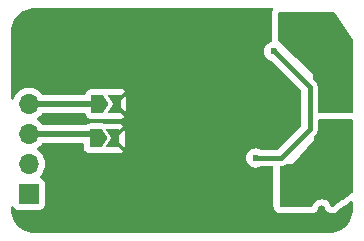
<source format=gbl>
G04 #@! TF.GenerationSoftware,KiCad,Pcbnew,8.0.5*
G04 #@! TF.CreationDate,2024-10-21T19:45:19-04:00*
G04 #@! TF.ProjectId,DRV8871_PCB,44525638-3837-4315-9f50-43422e6b6963,rev?*
G04 #@! TF.SameCoordinates,Original*
G04 #@! TF.FileFunction,Copper,L2,Bot*
G04 #@! TF.FilePolarity,Positive*
%FSLAX46Y46*%
G04 Gerber Fmt 4.6, Leading zero omitted, Abs format (unit mm)*
G04 Created by KiCad (PCBNEW 8.0.5) date 2024-10-21 19:45:19*
%MOMM*%
%LPD*%
G01*
G04 APERTURE LIST*
G04 Aperture macros list*
%AMRoundRect*
0 Rectangle with rounded corners*
0 $1 Rounding radius*
0 $2 $3 $4 $5 $6 $7 $8 $9 X,Y pos of 4 corners*
0 Add a 4 corners polygon primitive as box body*
4,1,4,$2,$3,$4,$5,$6,$7,$8,$9,$2,$3,0*
0 Add four circle primitives for the rounded corners*
1,1,$1+$1,$2,$3*
1,1,$1+$1,$4,$5*
1,1,$1+$1,$6,$7*
1,1,$1+$1,$8,$9*
0 Add four rect primitives between the rounded corners*
20,1,$1+$1,$2,$3,$4,$5,0*
20,1,$1+$1,$4,$5,$6,$7,0*
20,1,$1+$1,$6,$7,$8,$9,0*
20,1,$1+$1,$8,$9,$2,$3,0*%
%AMFreePoly0*
4,1,6,1.000000,0.000000,0.500000,-0.750000,-0.500000,-0.750000,-0.500000,0.750000,0.500000,0.750000,1.000000,0.000000,1.000000,0.000000,$1*%
%AMFreePoly1*
4,1,6,0.500000,-0.750000,-0.650000,-0.750000,-0.150000,0.000000,-0.650000,0.750000,0.500000,0.750000,0.500000,-0.750000,0.500000,-0.750000,$1*%
G04 Aperture macros list end*
G04 #@! TA.AperFunction,SMDPad,CuDef*
%ADD10RoundRect,0.250000X0.400000X0.450000X-0.400000X0.450000X-0.400000X-0.450000X0.400000X-0.450000X0*%
G04 #@! TD*
G04 #@! TA.AperFunction,ComponentPad*
%ADD11R,1.700000X1.700000*%
G04 #@! TD*
G04 #@! TA.AperFunction,ComponentPad*
%ADD12O,1.700000X1.700000*%
G04 #@! TD*
G04 #@! TA.AperFunction,ComponentPad*
%ADD13C,0.630000*%
G04 #@! TD*
G04 #@! TA.AperFunction,SMDPad,CuDef*
%ADD14R,2.600000X3.300000*%
G04 #@! TD*
G04 #@! TA.AperFunction,SMDPad,CuDef*
%ADD15FreePoly0,0.000000*%
G04 #@! TD*
G04 #@! TA.AperFunction,SMDPad,CuDef*
%ADD16FreePoly1,0.000000*%
G04 #@! TD*
G04 #@! TA.AperFunction,ViaPad*
%ADD17C,0.600000*%
G04 #@! TD*
G04 #@! TA.AperFunction,Conductor*
%ADD18C,0.508000*%
G04 #@! TD*
G04 #@! TA.AperFunction,Conductor*
%ADD19C,0.381000*%
G04 #@! TD*
G04 APERTURE END LIST*
D10*
X24183000Y-2413000D03*
X21283000Y-2413000D03*
X24310000Y-16002000D03*
X21410000Y-16002000D03*
D11*
X27432000Y-13452000D03*
D12*
X27432000Y-10912000D03*
X27432000Y-8372000D03*
X27432000Y-5832000D03*
D13*
X14001000Y-8987000D03*
X14001000Y-10287000D03*
X14001000Y-11587000D03*
D14*
X14651000Y-10287000D03*
D13*
X15301000Y-8987000D03*
X15301000Y-10287000D03*
X15301000Y-11587000D03*
D11*
X2032000Y-16256000D03*
D12*
X2032000Y-13716000D03*
X2032000Y-11176000D03*
X2032000Y-8636000D03*
X2032000Y-6096000D03*
X2032000Y-3556000D03*
D15*
X7821000Y-8636000D03*
D16*
X9271000Y-8636000D03*
D15*
X7694000Y-11557000D03*
D16*
X9144000Y-11557000D03*
D17*
X12192000Y-3810000D03*
X15367000Y-3810000D03*
X24130000Y-10160000D03*
X15240000Y-13970000D03*
X19558000Y-9398000D03*
X24765000Y-9271000D03*
X26035000Y-18669000D03*
X13335000Y-4953000D03*
X21463000Y-9398000D03*
X14224000Y-13970000D03*
X28829000Y-17526000D03*
X13335000Y-3810000D03*
X23241000Y-9398000D03*
X27813000Y-18669000D03*
X26797000Y-17526000D03*
X14351000Y-4953000D03*
X14351000Y-3810000D03*
X12192000Y-4953000D03*
X15240000Y-15113000D03*
X22352000Y-10160000D03*
X20574000Y-10160000D03*
X15367000Y-4953000D03*
X14224000Y-15113000D03*
X22733000Y-4191000D03*
X21209000Y-13208000D03*
D18*
X2032000Y-8636000D02*
X7812097Y-8636000D01*
X7313000Y-11176000D02*
X7694000Y-11557000D01*
X2032000Y-11176000D02*
X7313000Y-11176000D01*
D19*
X25781000Y-10795000D02*
X23368000Y-13208000D01*
X25781000Y-7239000D02*
X25781000Y-10795000D01*
X22733000Y-4191000D02*
X25781000Y-7239000D01*
X23368000Y-13208000D02*
X21209000Y-13208000D01*
G04 #@! TA.AperFunction,Conductor*
G36*
X22650414Y-520502D02*
G01*
X22696907Y-574158D01*
X22707011Y-644432D01*
X22696907Y-678840D01*
X22679762Y-716380D01*
X22640986Y-801284D01*
X22621302Y-868320D01*
X22621301Y-868324D01*
X22621301Y-868326D01*
X22621300Y-868330D01*
X22612808Y-927398D01*
X22600500Y-1013003D01*
X22600500Y-3249021D01*
X22602520Y-3283170D01*
X22586575Y-3352353D01*
X22535758Y-3401933D01*
X22518355Y-3409539D01*
X22379984Y-3457957D01*
X22379981Y-3457958D01*
X22225720Y-3554887D01*
X22225718Y-3554888D01*
X22096888Y-3683718D01*
X22096887Y-3683720D01*
X21999958Y-3837981D01*
X21999957Y-3837984D01*
X21999957Y-3837985D01*
X21939783Y-4009953D01*
X21919384Y-4191000D01*
X21939783Y-4372047D01*
X21939783Y-4372049D01*
X21939784Y-4372050D01*
X21999957Y-4544015D01*
X21999958Y-4544018D01*
X22096887Y-4698279D01*
X22096888Y-4698281D01*
X22225718Y-4827111D01*
X22225720Y-4827112D01*
X22379981Y-4924041D01*
X22379982Y-4924041D01*
X22379985Y-4924043D01*
X22502381Y-4966870D01*
X22502856Y-4967037D01*
X22550336Y-4996871D01*
X25045095Y-7491630D01*
X25079121Y-7553942D01*
X25082000Y-7580725D01*
X25082000Y-10453275D01*
X25061998Y-10521396D01*
X25045095Y-10542370D01*
X23115370Y-12472095D01*
X23053058Y-12506121D01*
X23026275Y-12509000D01*
X21652494Y-12509000D01*
X21585458Y-12489687D01*
X21562017Y-12474958D01*
X21562014Y-12474956D01*
X21390050Y-12414784D01*
X21390049Y-12414783D01*
X21390047Y-12414783D01*
X21209000Y-12394384D01*
X21027953Y-12414783D01*
X21027950Y-12414783D01*
X21027949Y-12414784D01*
X20855984Y-12474957D01*
X20855981Y-12474958D01*
X20701720Y-12571887D01*
X20701718Y-12571888D01*
X20572888Y-12700718D01*
X20572887Y-12700720D01*
X20475958Y-12854981D01*
X20475957Y-12854984D01*
X20467648Y-12878732D01*
X20415783Y-13026953D01*
X20395384Y-13208000D01*
X20415783Y-13389047D01*
X20415783Y-13389049D01*
X20415784Y-13389050D01*
X20475957Y-13561015D01*
X20475958Y-13561018D01*
X20572887Y-13715279D01*
X20572888Y-13715281D01*
X20701718Y-13844111D01*
X20701720Y-13844112D01*
X20855981Y-13941041D01*
X20855982Y-13941041D01*
X20855985Y-13941043D01*
X21027953Y-14001217D01*
X21209000Y-14021616D01*
X21390047Y-14001217D01*
X21562015Y-13941043D01*
X21585458Y-13926312D01*
X21652494Y-13907000D01*
X22601500Y-13907000D01*
X22669621Y-13927002D01*
X22716114Y-13980658D01*
X22727500Y-14033000D01*
X22727500Y-17275007D01*
X22733143Y-17327489D01*
X22738306Y-17375511D01*
X22739237Y-17384164D01*
X22750441Y-17435667D01*
X22785109Y-17539825D01*
X22864130Y-17662784D01*
X22864131Y-17662786D01*
X22909880Y-17715582D01*
X22909882Y-17715583D01*
X22909884Y-17715586D01*
X23020339Y-17811297D01*
X23061568Y-17830126D01*
X23153284Y-17872013D01*
X23153286Y-17872013D01*
X23153287Y-17872014D01*
X23220326Y-17891699D01*
X23220330Y-17891700D01*
X23365000Y-17912500D01*
X23365004Y-17912500D01*
X25896883Y-17912500D01*
X25896889Y-17912500D01*
X25920443Y-17911959D01*
X25931811Y-17911437D01*
X25955337Y-17909815D01*
X26097490Y-17875838D01*
X26162442Y-17850090D01*
X26289260Y-17777444D01*
X26390479Y-17672009D01*
X26431199Y-17615235D01*
X26434966Y-17607990D01*
X26469591Y-17541383D01*
X26498613Y-17485555D01*
X26524847Y-17410583D01*
X26537087Y-17385166D01*
X26557350Y-17352918D01*
X26574934Y-17330869D01*
X26601869Y-17303935D01*
X26623916Y-17286351D01*
X26656177Y-17266080D01*
X26681587Y-17253843D01*
X26717540Y-17241262D01*
X26745040Y-17234985D01*
X26782895Y-17230721D01*
X26811102Y-17230721D01*
X26848954Y-17234985D01*
X26876458Y-17241263D01*
X26912405Y-17253842D01*
X26937823Y-17266083D01*
X26970076Y-17286349D01*
X26992135Y-17303941D01*
X27019059Y-17330865D01*
X27036651Y-17352924D01*
X27056913Y-17385171D01*
X27069155Y-17410591D01*
X27085051Y-17456020D01*
X27098730Y-17490962D01*
X27105935Y-17507555D01*
X27122117Y-17541383D01*
X27207692Y-17659869D01*
X27256248Y-17710115D01*
X27263302Y-17715586D01*
X27371729Y-17799686D01*
X27371730Y-17799686D01*
X27371731Y-17799687D01*
X27373308Y-17800306D01*
X27507777Y-17853099D01*
X27575785Y-17869117D01*
X27721370Y-17882038D01*
X27864698Y-17853419D01*
X27930571Y-17830126D01*
X27930573Y-17830125D01*
X28060032Y-17762284D01*
X28457653Y-17475112D01*
X28531609Y-17410045D01*
X28563997Y-17375500D01*
X28564755Y-17374517D01*
X28575421Y-17362383D01*
X28633874Y-17303931D01*
X28655923Y-17286348D01*
X28688180Y-17266079D01*
X28713589Y-17253843D01*
X28723915Y-17250230D01*
X28791916Y-17220769D01*
X28823560Y-17204252D01*
X28886601Y-17165316D01*
X29271729Y-16887168D01*
X29338664Y-16863501D01*
X29407769Y-16879777D01*
X29457105Y-16930831D01*
X29471500Y-16989315D01*
X29471500Y-17521878D01*
X29471230Y-17530119D01*
X29454592Y-17783966D01*
X29452441Y-17800306D01*
X29403617Y-18045760D01*
X29399351Y-18061680D01*
X29318906Y-18298663D01*
X29312599Y-18313890D01*
X29201912Y-18538342D01*
X29193671Y-18552616D01*
X29054634Y-18760699D01*
X29044601Y-18773775D01*
X28879589Y-18961935D01*
X28867935Y-18973589D01*
X28679775Y-19138601D01*
X28666699Y-19148634D01*
X28458616Y-19287671D01*
X28444342Y-19295912D01*
X28219890Y-19406599D01*
X28204663Y-19412906D01*
X27967680Y-19493351D01*
X27951760Y-19497617D01*
X27706306Y-19546441D01*
X27689966Y-19548592D01*
X27436119Y-19565230D01*
X27427878Y-19565500D01*
X2544122Y-19565500D01*
X2535881Y-19565230D01*
X2282033Y-19548592D01*
X2265693Y-19546441D01*
X2020239Y-19497617D01*
X2004319Y-19493351D01*
X1767336Y-19412906D01*
X1752109Y-19406599D01*
X1527653Y-19295910D01*
X1513387Y-19287673D01*
X1305297Y-19148631D01*
X1292224Y-19138601D01*
X1104058Y-18973583D01*
X1092416Y-18961941D01*
X927394Y-18773770D01*
X917369Y-18760705D01*
X778323Y-18552608D01*
X770092Y-18538351D01*
X659396Y-18313880D01*
X653093Y-18298663D01*
X572648Y-18061680D01*
X568384Y-18045768D01*
X519556Y-17800294D01*
X517408Y-17783976D01*
X500770Y-17530118D01*
X500500Y-17521878D01*
X500500Y-17422713D01*
X520502Y-17354592D01*
X574158Y-17308099D01*
X644432Y-17297995D01*
X709012Y-17327489D01*
X727368Y-17347204D01*
X818738Y-17469261D01*
X935792Y-17556887D01*
X935794Y-17556888D01*
X935796Y-17556889D01*
X994875Y-17578924D01*
X1072795Y-17607988D01*
X1072803Y-17607990D01*
X1133350Y-17614499D01*
X1133355Y-17614499D01*
X1133362Y-17614500D01*
X1133368Y-17614500D01*
X2930632Y-17614500D01*
X2930638Y-17614500D01*
X2930645Y-17614499D01*
X2930649Y-17614499D01*
X2991196Y-17607990D01*
X2991199Y-17607989D01*
X2991201Y-17607989D01*
X3128204Y-17556889D01*
X3163965Y-17530119D01*
X3245261Y-17469261D01*
X3332887Y-17352207D01*
X3332887Y-17352206D01*
X3332889Y-17352204D01*
X3383989Y-17215201D01*
X3385166Y-17204258D01*
X3390499Y-17154649D01*
X3390500Y-17154632D01*
X3390500Y-15357367D01*
X3390499Y-15357350D01*
X3383990Y-15296803D01*
X3383988Y-15296795D01*
X3339821Y-15178381D01*
X3332889Y-15159796D01*
X3332888Y-15159794D01*
X3332887Y-15159792D01*
X3245261Y-15042738D01*
X3128207Y-14955112D01*
X3128203Y-14955110D01*
X3013192Y-14912213D01*
X2956356Y-14869667D01*
X2931546Y-14803146D01*
X2946638Y-14733772D01*
X2964525Y-14708820D01*
X3107714Y-14553277D01*
X3107724Y-14553265D01*
X3114441Y-14542983D01*
X3230860Y-14364791D01*
X3321296Y-14158616D01*
X3376564Y-13940368D01*
X3395156Y-13716000D01*
X3376564Y-13491632D01*
X3322640Y-13278690D01*
X3321297Y-13273387D01*
X3321296Y-13273386D01*
X3321296Y-13273384D01*
X3230860Y-13067209D01*
X3224140Y-13056924D01*
X3107724Y-12878734D01*
X3107720Y-12878729D01*
X2955237Y-12713091D01*
X2799453Y-12591839D01*
X2777576Y-12574811D01*
X2744319Y-12556813D01*
X2693929Y-12506802D01*
X2678576Y-12437485D01*
X2703136Y-12370872D01*
X2744320Y-12335186D01*
X2777576Y-12317189D01*
X2955240Y-12178906D01*
X3107722Y-12013268D01*
X3119274Y-11995585D01*
X3173277Y-11949497D01*
X3224758Y-11938500D01*
X6554500Y-11938500D01*
X6622621Y-11958502D01*
X6669114Y-12012158D01*
X6680500Y-12064500D01*
X6680500Y-12307000D01*
X6681229Y-12317188D01*
X6685727Y-12380081D01*
X6722736Y-12506121D01*
X6726904Y-12520316D01*
X6805923Y-12643271D01*
X6916381Y-12738984D01*
X7049330Y-12799700D01*
X7194000Y-12820500D01*
X7194003Y-12820500D01*
X8194002Y-12820500D01*
X8237018Y-12817786D01*
X8258528Y-12816430D01*
X8324488Y-12798259D01*
X8375882Y-12795017D01*
X8494003Y-12812000D01*
X9643994Y-12812000D01*
X9715865Y-12806860D01*
X9715873Y-12806858D01*
X9853785Y-12766363D01*
X9974703Y-12688655D01*
X9974706Y-12688653D01*
X10015936Y-12641069D01*
X10015936Y-12641068D01*
X9213102Y-11838235D01*
X9179077Y-11775922D01*
X9184141Y-11705107D01*
X9186703Y-11698769D01*
X9189061Y-11693370D01*
X9190869Y-11679096D01*
X9219271Y-11614031D01*
X9278342Y-11574647D01*
X9349329Y-11573453D01*
X9404965Y-11605833D01*
X10143611Y-12344478D01*
X10148999Y-12307003D01*
X10149000Y-12307002D01*
X10149000Y-10807006D01*
X10146137Y-10766992D01*
X9403557Y-11509573D01*
X9341245Y-11543599D01*
X9270430Y-11538534D01*
X9213594Y-11495987D01*
X9190064Y-11440503D01*
X9184200Y-11404077D01*
X9184199Y-11404075D01*
X9184199Y-11404072D01*
X9184197Y-11404068D01*
X9183257Y-11401055D01*
X9183203Y-11397885D01*
X9182767Y-11395174D01*
X9183156Y-11395111D01*
X9182058Y-11330068D01*
X9214441Y-11274424D01*
X10018644Y-10470222D01*
X10018644Y-10470221D01*
X9917024Y-10382167D01*
X9786275Y-10322456D01*
X9643996Y-10302000D01*
X8494004Y-10302000D01*
X8413742Y-10308417D01*
X8404043Y-10311443D01*
X8348050Y-10312381D01*
X8347590Y-10315583D01*
X8338671Y-10314300D01*
X8338670Y-10314300D01*
X8194000Y-10293500D01*
X7194000Y-10293500D01*
X7145280Y-10296984D01*
X7120918Y-10298727D01*
X6980686Y-10339903D01*
X6980682Y-10339905D01*
X6897291Y-10393498D01*
X6829171Y-10413500D01*
X3224758Y-10413500D01*
X3156637Y-10393498D01*
X3119274Y-10356414D01*
X3108488Y-10339905D01*
X3107722Y-10338732D01*
X3107720Y-10338730D01*
X3107720Y-10338729D01*
X2955237Y-10173091D01*
X2873382Y-10109381D01*
X2777576Y-10034811D01*
X2744319Y-10016813D01*
X2693929Y-9966802D01*
X2678576Y-9897485D01*
X2703136Y-9830872D01*
X2744320Y-9795186D01*
X2777576Y-9777189D01*
X2955240Y-9638906D01*
X3107722Y-9473268D01*
X3119274Y-9455585D01*
X3173277Y-9409497D01*
X3224758Y-9398500D01*
X6700617Y-9398500D01*
X6768738Y-9418502D01*
X6815231Y-9472158D01*
X6821513Y-9489002D01*
X6853904Y-9599316D01*
X6932923Y-9722271D01*
X7043381Y-9817984D01*
X7176330Y-9878700D01*
X7321000Y-9899500D01*
X7321003Y-9899500D01*
X8321002Y-9899500D01*
X8364018Y-9896786D01*
X8385528Y-9895430D01*
X8451488Y-9877259D01*
X8502882Y-9874017D01*
X8621003Y-9891000D01*
X9770994Y-9891000D01*
X9842865Y-9885860D01*
X9842873Y-9885858D01*
X9980785Y-9845363D01*
X10101703Y-9767655D01*
X10101706Y-9767653D01*
X10142936Y-9720069D01*
X10142936Y-9720068D01*
X9340102Y-8917235D01*
X9306077Y-8854922D01*
X9311141Y-8784107D01*
X9313703Y-8777769D01*
X9316061Y-8772370D01*
X9317869Y-8758096D01*
X9346271Y-8693031D01*
X9405342Y-8653647D01*
X9476329Y-8652453D01*
X9531965Y-8684833D01*
X10270611Y-9423478D01*
X10275999Y-9386003D01*
X10276000Y-9386002D01*
X10276000Y-7886006D01*
X10273137Y-7845992D01*
X9530557Y-8588573D01*
X9468245Y-8622599D01*
X9397430Y-8617534D01*
X9340594Y-8574987D01*
X9317064Y-8519503D01*
X9311200Y-8483077D01*
X9311199Y-8483075D01*
X9311199Y-8483072D01*
X9311197Y-8483068D01*
X9310257Y-8480055D01*
X9310203Y-8476885D01*
X9309767Y-8474174D01*
X9310156Y-8474111D01*
X9309058Y-8409068D01*
X9341441Y-8353424D01*
X10145644Y-7549222D01*
X10145644Y-7549221D01*
X10044024Y-7461167D01*
X9913275Y-7401456D01*
X9770996Y-7381000D01*
X8621004Y-7381000D01*
X8540742Y-7387417D01*
X8531043Y-7390443D01*
X8475050Y-7391381D01*
X8474590Y-7394583D01*
X8465671Y-7393300D01*
X8465670Y-7393300D01*
X8321000Y-7372500D01*
X7321000Y-7372500D01*
X7272280Y-7375984D01*
X7247918Y-7377727D01*
X7107686Y-7418903D01*
X7107682Y-7418905D01*
X6984729Y-7497922D01*
X6889016Y-7608380D01*
X6828300Y-7741329D01*
X6828298Y-7741336D01*
X6824834Y-7765432D01*
X6795341Y-7830013D01*
X6735615Y-7868396D01*
X6700117Y-7873500D01*
X3224758Y-7873500D01*
X3156637Y-7853498D01*
X3119274Y-7816414D01*
X3107721Y-7798731D01*
X3107720Y-7798729D01*
X2955237Y-7633091D01*
X2873382Y-7569381D01*
X2777576Y-7494811D01*
X2579574Y-7387658D01*
X2579572Y-7387657D01*
X2579571Y-7387656D01*
X2366639Y-7314557D01*
X2366630Y-7314555D01*
X2322476Y-7307187D01*
X2144569Y-7277500D01*
X1919431Y-7277500D01*
X1771211Y-7302233D01*
X1697369Y-7314555D01*
X1697360Y-7314557D01*
X1484428Y-7387656D01*
X1484426Y-7387658D01*
X1286426Y-7494810D01*
X1286424Y-7494811D01*
X1108762Y-7633091D01*
X956279Y-7798729D01*
X956275Y-7798734D01*
X833139Y-7987209D01*
X741887Y-8195245D01*
X696206Y-8249593D01*
X628394Y-8270617D01*
X559980Y-8251641D01*
X512686Y-8198690D01*
X500500Y-8144631D01*
X500500Y-2544121D01*
X500770Y-2535881D01*
X504819Y-2474108D01*
X517408Y-2282021D01*
X519556Y-2265707D01*
X568385Y-2020227D01*
X572645Y-2004326D01*
X653097Y-1767325D01*
X659393Y-1752124D01*
X770095Y-1527641D01*
X778319Y-1513398D01*
X917374Y-1305287D01*
X927388Y-1292236D01*
X1092423Y-1104050D01*
X1104050Y-1092423D01*
X1292236Y-927388D01*
X1305287Y-917374D01*
X1513398Y-778319D01*
X1527641Y-770095D01*
X1752124Y-659393D01*
X1767325Y-653097D01*
X2004326Y-572645D01*
X2020227Y-568385D01*
X2265707Y-519556D01*
X2282021Y-517408D01*
X2508834Y-502542D01*
X2535882Y-500770D01*
X2544122Y-500500D01*
X2605892Y-500500D01*
X22582293Y-500500D01*
X22650414Y-520502D01*
G37*
G04 #@! TD.AperFunction*
G04 #@! TA.AperFunction,Conductor*
G36*
X29414539Y-9925685D02*
G01*
X29460294Y-9978489D01*
X29471500Y-10030000D01*
X29471500Y-16046069D01*
X29451815Y-16113108D01*
X29420101Y-16146593D01*
X28585952Y-16749032D01*
X28554308Y-16765549D01*
X28475982Y-16792958D01*
X28321720Y-16889888D01*
X28192888Y-17018719D01*
X28192885Y-17018723D01*
X28189391Y-17024284D01*
X28157003Y-17058829D01*
X27759382Y-17346001D01*
X27693509Y-17369294D01*
X27625501Y-17353276D01*
X27576948Y-17303033D01*
X27569739Y-17286431D01*
X27530042Y-17172983D01*
X27439500Y-17028887D01*
X27433111Y-17018719D01*
X27304281Y-16889889D01*
X27150015Y-16792957D01*
X27095693Y-16773949D01*
X26978046Y-16732782D01*
X26978041Y-16732781D01*
X26797004Y-16712384D01*
X26796996Y-16712384D01*
X26615958Y-16732781D01*
X26615953Y-16732782D01*
X26443982Y-16792958D01*
X26289718Y-16889889D01*
X26160889Y-17018718D01*
X26063957Y-17172983D01*
X26041305Y-17237720D01*
X26013929Y-17315956D01*
X25973209Y-17372730D01*
X25908257Y-17398478D01*
X25896889Y-17399000D01*
X23365000Y-17399000D01*
X23297961Y-17379315D01*
X23252206Y-17326511D01*
X23241000Y-17275000D01*
X23241000Y-14031000D01*
X23260685Y-13963961D01*
X23313489Y-13918206D01*
X23365000Y-13907000D01*
X23436847Y-13907000D01*
X23436848Y-13906999D01*
X23571891Y-13880138D01*
X23699101Y-13827446D01*
X23813587Y-13750948D01*
X23813591Y-13750943D01*
X23818297Y-13747083D01*
X23819382Y-13748406D01*
X23873540Y-13718834D01*
X23899898Y-13716000D01*
X24383999Y-13716000D01*
X24384000Y-13716000D01*
X26162000Y-11684000D01*
X26162000Y-11453897D01*
X26181685Y-11386858D01*
X26198314Y-11366220D01*
X26323948Y-11240587D01*
X26400446Y-11126101D01*
X26453138Y-10998891D01*
X26480000Y-10863846D01*
X26480000Y-10726154D01*
X26480000Y-10030000D01*
X26499685Y-9962961D01*
X26552489Y-9917206D01*
X26604000Y-9906000D01*
X29347500Y-9906000D01*
X29414539Y-9925685D01*
G37*
G04 #@! TD.AperFunction*
G04 #@! TA.AperFunction,Conductor*
G36*
X27939177Y-908685D02*
G01*
X27976580Y-946157D01*
X29451942Y-3251410D01*
X29471500Y-3318251D01*
X29471500Y-9274000D01*
X29451815Y-9341039D01*
X29399011Y-9386794D01*
X29347500Y-9398000D01*
X26604000Y-9398000D01*
X26536961Y-9378315D01*
X26491206Y-9325511D01*
X26480000Y-9274000D01*
X26480000Y-7170154D01*
X26479999Y-7170150D01*
X26453139Y-7035116D01*
X26453138Y-7035109D01*
X26400446Y-6907899D01*
X26323949Y-6793414D01*
X26226586Y-6696051D01*
X26085697Y-6555162D01*
X26052212Y-6493839D01*
X26049471Y-6472257D01*
X26035000Y-6096000D01*
X23152288Y-3338623D01*
X23117449Y-3278058D01*
X23114000Y-3249015D01*
X23114000Y-1013000D01*
X23133685Y-945961D01*
X23186489Y-900206D01*
X23238000Y-889000D01*
X27872138Y-889000D01*
X27939177Y-908685D01*
G37*
G04 #@! TD.AperFunction*
M02*

</source>
